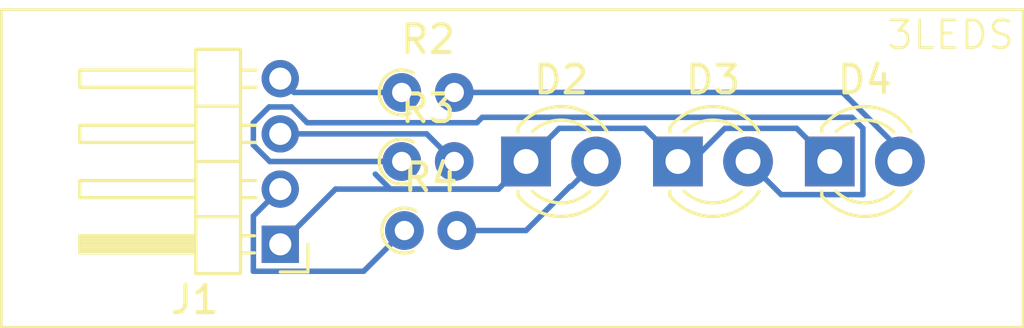
<source format=kicad_pcb>
(kicad_pcb (version 20240108) (generator "pcbnew") (generator_version "8.0")
  (layers (0 "F.Cu" signal) (31 "B.Cu" signal) (34 "B.Paste" user) (35 "F.Paste" user) (36 "B.SilkS" user "B.Silkscreen") (37 "F.SilkS" user "F.Silkscreen") (38 "B.Mask" user) (39 "F.Mask" user) (44 "Edge.Cuts" user))
  (net 0 "")
  (net 1 "Net-(D2-K)")
  (net 2 "Net-(D2-A)")
  (net 3 "Net-(D3-A)")
  (net 4 "Net-(D4-A)")
  (net 5 "Net-(J1-Pin_4)")
  (net 6 "Net-(J1-Pin_3)")
  (net 7 "Net-(J1-Pin_2)")
  (footprint "LED_THT:LED_D3.0mm" (layer "F.Cu") (at 148 93.5)
    (property "Reference" "D3" (at 1.27 -2.96 0) (layer "F.SilkS"))
    (property "Value" "LED")
    (fp_line (start -0.29 -1.236) (end -0.29 -1.08) (stroke (width 0.12)) (layer "F.SilkS"))
    (fp_line (start -0.29 1.08) (end -0.29 1.236) (stroke (width 0.12)) (layer "F.SilkS"))
    (fp_arc (start -0.29 -1.235516) (mid 1.365624 -1.987701) (end 2.941397 -1.080061) (stroke (width 0.12)) (layer "F.SilkS"))
    (fp_arc (start 0.229039 -1.08) (mid 1.269964 -1.5) (end 2.31091 -1.080049) (stroke (width 0.12)) (layer "F.SilkS"))
    (fp_arc (start 2.31091 1.080049) (mid 1.269964 1.5) (end 0.229039 1.08) (stroke (width 0.12)) (layer "F.SilkS"))
    (fp_arc (start 2.941397 1.080061) (mid 1.365624 1.987701) (end -0.29 1.235516) (stroke (width 0.12)) (layer "F.SilkS"))
    (pad "1" thru_hole rect (at 0 0) (size 1.8 1.8) (drill 0.9) (layers "*.Cu" "*.Mask" "In1.Cu" "In2.Cu" "In3.Cu" "In4.Cu" "In5.Cu" "In6.Cu" "In7.Cu" "In8.Cu" "In9.Cu" "In10.Cu" "In11.Cu" "In12.Cu" "In13.Cu" "In14.Cu" "In15.Cu" "In16.Cu" "In17.Cu" "In18.Cu" "In19.Cu" "In20.Cu" "In21.Cu" "In22.Cu" "In23.Cu" "In24.Cu" "In25.Cu" "In26.Cu" "In27.Cu" "In28.Cu" "In29.Cu" "In30.Cu") (net 1 "Net-(D2-K)"))
    (pad "2" thru_hole circle (at 2.54 0) (size 1.8 1.8) (drill 0.9) (layers "*.Cu" "*.Mask" "In1.Cu" "In2.Cu" "In3.Cu" "In4.Cu" "In5.Cu" "In6.Cu" "In7.Cu" "In8.Cu" "In9.Cu" "In10.Cu" "In11.Cu" "In12.Cu" "In13.Cu" "In14.Cu" "In15.Cu" "In16.Cu" "In17.Cu" "In18.Cu" "In19.Cu" "In20.Cu" "In21.Cu" "In22.Cu" "In23.Cu" "In24.Cu" "In25.Cu" "In26.Cu" "In27.Cu" "In28.Cu" "In29.Cu" "In30.Cu") (net 3 "Net-(D3-A)"))
  )
  (footprint "LED_THT:LED_D3.0mm" (layer "F.Cu") (at 142.5 93.5)
    (property "Reference" "D2" (at 1.27 -2.96 0) (layer "F.SilkS"))
    (property "Value" "LED")
    (fp_line (start -0.29 -1.236) (end -0.29 -1.08) (stroke (width 0.12)) (layer "F.SilkS"))
    (fp_line (start -0.29 1.08) (end -0.29 1.236) (stroke (width 0.12)) (layer "F.SilkS"))
    (fp_arc (start -0.29 -1.235516) (mid 1.365624 -1.987701) (end 2.941397 -1.080061) (stroke (width 0.12)) (layer "F.SilkS"))
    (fp_arc (start 0.229039 -1.08) (mid 1.269964 -1.5) (end 2.31091 -1.080049) (stroke (width 0.12)) (layer "F.SilkS"))
    (fp_arc (start 2.31091 1.080049) (mid 1.269964 1.5) (end 0.229039 1.08) (stroke (width 0.12)) (layer "F.SilkS"))
    (fp_arc (start 2.941397 1.080061) (mid 1.365624 1.987701) (end -0.29 1.235516) (stroke (width 0.12)) (layer "F.SilkS"))
    (pad "1" thru_hole rect (at 0 0) (size 1.8 1.8) (drill 0.9) (layers "*.Cu" "*.Mask" "In1.Cu" "In2.Cu" "In3.Cu" "In4.Cu" "In5.Cu" "In6.Cu" "In7.Cu" "In8.Cu" "In9.Cu" "In10.Cu" "In11.Cu" "In12.Cu" "In13.Cu" "In14.Cu" "In15.Cu" "In16.Cu" "In17.Cu" "In18.Cu" "In19.Cu" "In20.Cu" "In21.Cu" "In22.Cu" "In23.Cu" "In24.Cu" "In25.Cu" "In26.Cu" "In27.Cu" "In28.Cu" "In29.Cu" "In30.Cu") (net 1 "Net-(D2-K)"))
    (pad "2" thru_hole circle (at 2.54 0) (size 1.8 1.8) (drill 0.9) (layers "*.Cu" "*.Mask" "In1.Cu" "In2.Cu" "In3.Cu" "In4.Cu" "In5.Cu" "In6.Cu" "In7.Cu" "In8.Cu" "In9.Cu" "In10.Cu" "In11.Cu" "In12.Cu" "In13.Cu" "In14.Cu" "In15.Cu" "In16.Cu" "In17.Cu" "In18.Cu" "In19.Cu" "In20.Cu" "In21.Cu" "In22.Cu" "In23.Cu" "In24.Cu" "In25.Cu" "In26.Cu" "In27.Cu" "In28.Cu" "In29.Cu" "In30.Cu") (net 2 "Net-(D2-A)"))
  )
  (footprint "Resistor_THT:R_Axial_DIN0204_L3.6mm_D1.6mm_P1.90mm_Vertical" (layer "F.Cu") (at 138 93.5)
    (property "Reference" "R3" (at 0.95 -1.92 0) (layer "F.SilkS"))
    (property "Value" "220")
    (fp_arc (start 0.320095 0.749359) (mid -0.813042 -0.054435) (end 0.417133 -0.7) (stroke (width 0.12)) (layer "F.SilkS"))
    (pad "1" thru_hole circle (at 0 0) (size 1.4 1.4) (drill 0.7) (layers "*.Cu" "*.Mask" "In1.Cu" "In2.Cu" "In3.Cu" "In4.Cu" "In5.Cu" "In6.Cu" "In7.Cu" "In8.Cu" "In9.Cu" "In10.Cu" "In11.Cu" "In12.Cu" "In13.Cu" "In14.Cu" "In15.Cu" "In16.Cu" "In17.Cu" "In18.Cu" "In19.Cu" "In20.Cu" "In21.Cu" "In22.Cu" "In23.Cu" "In24.Cu" "In25.Cu" "In26.Cu" "In27.Cu" "In28.Cu" "In29.Cu" "In30.Cu") (net 3 "Net-(D3-A)"))
    (pad "2" thru_hole oval (at 1.9 0) (size 1.4 1.4) (drill 0.7) (layers "*.Cu" "*.Mask" "In1.Cu" "In2.Cu" "In3.Cu" "In4.Cu" "In5.Cu" "In6.Cu" "In7.Cu" "In8.Cu" "In9.Cu" "In10.Cu" "In11.Cu" "In12.Cu" "In13.Cu" "In14.Cu" "In15.Cu" "In16.Cu" "In17.Cu" "In18.Cu" "In19.Cu" "In20.Cu" "In21.Cu" "In22.Cu" "In23.Cu" "In24.Cu" "In25.Cu" "In26.Cu" "In27.Cu" "In28.Cu" "In29.Cu" "In30.Cu") (net 6 "Net-(J1-Pin_3)"))
  )
  (footprint "Resistor_THT:R_Axial_DIN0204_L3.6mm_D1.6mm_P1.90mm_Vertical" (layer "F.Cu") (at 138.095 96)
    (property "Reference" "R4" (at 0.95 -1.92 0) (layer "F.SilkS"))
    (property "Value" "220")
    (fp_arc (start 0.320095 0.749359) (mid -0.813042 -0.054435) (end 0.417133 -0.7) (stroke (width 0.12)) (layer "F.SilkS"))
    (pad "1" thru_hole circle (at 0 0) (size 1.4 1.4) (drill 0.7) (layers "*.Cu" "*.Mask" "In1.Cu" "In2.Cu" "In3.Cu" "In4.Cu" "In5.Cu" "In6.Cu" "In7.Cu" "In8.Cu" "In9.Cu" "In10.Cu" "In11.Cu" "In12.Cu" "In13.Cu" "In14.Cu" "In15.Cu" "In16.Cu" "In17.Cu" "In18.Cu" "In19.Cu" "In20.Cu" "In21.Cu" "In22.Cu" "In23.Cu" "In24.Cu" "In25.Cu" "In26.Cu" "In27.Cu" "In28.Cu" "In29.Cu" "In30.Cu") (net 7 "Net-(J1-Pin_2)"))
    (pad "2" thru_hole oval (at 1.9 0) (size 1.4 1.4) (drill 0.7) (layers "*.Cu" "*.Mask" "In1.Cu" "In2.Cu" "In3.Cu" "In4.Cu" "In5.Cu" "In6.Cu" "In7.Cu" "In8.Cu" "In9.Cu" "In10.Cu" "In11.Cu" "In12.Cu" "In13.Cu" "In14.Cu" "In15.Cu" "In16.Cu" "In17.Cu" "In18.Cu" "In19.Cu" "In20.Cu" "In21.Cu" "In22.Cu" "In23.Cu" "In24.Cu" "In25.Cu" "In26.Cu" "In27.Cu" "In28.Cu" "In29.Cu" "In30.Cu") (net 2 "Net-(D2-A)"))
  )
  (footprint "Resistor_THT:R_Axial_DIN0204_L3.6mm_D1.6mm_P1.90mm_Vertical" (layer "F.Cu") (at 138 91)
    (property "Reference" "R2" (at 0.95 -1.92 0) (layer "F.SilkS"))
    (property "Value" "220")
    (fp_arc (start 0.320095 0.749359) (mid -0.813042 -0.054435) (end 0.417133 -0.7) (stroke (width 0.12)) (layer "F.SilkS"))
    (pad "1" thru_hole circle (at 0 0) (size 1.4 1.4) (drill 0.7) (layers "*.Cu" "*.Mask" "In1.Cu" "In2.Cu" "In3.Cu" "In4.Cu" "In5.Cu" "In6.Cu" "In7.Cu" "In8.Cu" "In9.Cu" "In10.Cu" "In11.Cu" "In12.Cu" "In13.Cu" "In14.Cu" "In15.Cu" "In16.Cu" "In17.Cu" "In18.Cu" "In19.Cu" "In20.Cu" "In21.Cu" "In22.Cu" "In23.Cu" "In24.Cu" "In25.Cu" "In26.Cu" "In27.Cu" "In28.Cu" "In29.Cu" "In30.Cu") (net 5 "Net-(J1-Pin_4)"))
    (pad "2" thru_hole oval (at 1.9 0) (size 1.4 1.4) (drill 0.7) (layers "*.Cu" "*.Mask" "In1.Cu" "In2.Cu" "In3.Cu" "In4.Cu" "In5.Cu" "In6.Cu" "In7.Cu" "In8.Cu" "In9.Cu" "In10.Cu" "In11.Cu" "In12.Cu" "In13.Cu" "In14.Cu" "In15.Cu" "In16.Cu" "In17.Cu" "In18.Cu" "In19.Cu" "In20.Cu" "In21.Cu" "In22.Cu" "In23.Cu" "In24.Cu" "In25.Cu" "In26.Cu" "In27.Cu" "In28.Cu" "In29.Cu" "In30.Cu") (net 4 "Net-(D4-A)"))
  )
  (footprint "LED_THT:LED_D3.0mm" (layer "F.Cu") (at 153.5 93.5)
    (property "Reference" "D4" (at 1.27 -2.96 0) (layer "F.SilkS"))
    (property "Value" "LED")
    (fp_line (start -0.29 -1.236) (end -0.29 -1.08) (stroke (width 0.12)) (layer "F.SilkS"))
    (fp_line (start -0.29 1.08) (end -0.29 1.236) (stroke (width 0.12)) (layer "F.SilkS"))
    (fp_arc (start -0.29 -1.235516) (mid 1.365624 -1.987701) (end 2.941397 -1.080061) (stroke (width 0.12)) (layer "F.SilkS"))
    (fp_arc (start 0.229039 -1.08) (mid 1.269964 -1.5) (end 2.31091 -1.080049) (stroke (width 0.12)) (layer "F.SilkS"))
    (fp_arc (start 2.31091 1.080049) (mid 1.269964 1.5) (end 0.229039 1.08) (stroke (width 0.12)) (layer "F.SilkS"))
    (fp_arc (start 2.941397 1.080061) (mid 1.365624 1.987701) (end -0.29 1.235516) (stroke (width 0.12)) (layer "F.SilkS"))
    (pad "1" thru_hole rect (at 0 0) (size 1.8 1.8) (drill 0.9) (layers "*.Cu" "*.Mask" "In1.Cu" "In2.Cu" "In3.Cu" "In4.Cu" "In5.Cu" "In6.Cu" "In7.Cu" "In8.Cu" "In9.Cu" "In10.Cu" "In11.Cu" "In12.Cu" "In13.Cu" "In14.Cu" "In15.Cu" "In16.Cu" "In17.Cu" "In18.Cu" "In19.Cu" "In20.Cu" "In21.Cu" "In22.Cu" "In23.Cu" "In24.Cu" "In25.Cu" "In26.Cu" "In27.Cu" "In28.Cu" "In29.Cu" "In30.Cu") (net 1 "Net-(D2-K)"))
    (pad "2" thru_hole circle (at 2.54 0) (size 1.8 1.8) (drill 0.9) (layers "*.Cu" "*.Mask" "In1.Cu" "In2.Cu" "In3.Cu" "In4.Cu" "In5.Cu" "In6.Cu" "In7.Cu" "In8.Cu" "In9.Cu" "In10.Cu" "In11.Cu" "In12.Cu" "In13.Cu" "In14.Cu" "In15.Cu" "In16.Cu" "In17.Cu" "In18.Cu" "In19.Cu" "In20.Cu" "In21.Cu" "In22.Cu" "In23.Cu" "In24.Cu" "In25.Cu" "In26.Cu" "In27.Cu" "In28.Cu" "In29.Cu" "In30.Cu") (net 4 "Net-(D4-A)"))
  )
  (footprint "Connector_PinHeader_2.00mm:PinHeader_1x04_P2.00mm_Horizontal" (layer "F.Cu") (at 133.6 96.5 180)
    (property "Reference" "J1" (at 3.1 -2 360) (layer "F.SilkS"))
    (property "Value" "Conn_01x04_Pin")
    (fp_line (start 7.26 6.31) (end 3.06 6.31) (stroke (width 0.12)) (layer "F.SilkS"))
    (fp_line (start 7.26 5.69) (end 7.26 6.31) (stroke (width 0.12)) (layer "F.SilkS"))
    (fp_line (start 7.26 4.31) (end 3.06 4.31) (stroke (width 0.12)) (layer "F.SilkS"))
    (fp_line (start 7.26 3.69) (end 7.26 4.31) (stroke (width 0.12)) (layer "F.SilkS"))
    (fp_line (start 7.26 2.31) (end 3.06 2.31) (stroke (width 0.12)) (layer "F.SilkS"))
    (fp_line (start 7.26 1.69) (end 7.26 2.31) (stroke (width 0.12)) (layer "F.SilkS"))
    (fp_line (start 7.26 0.31) (end 3.06 0.31) (stroke (width 0.12)) (layer "F.SilkS"))
    (fp_line (start 7.26 -0.31) (end 7.26 0.31) (stroke (width 0.12)) (layer "F.SilkS"))
    (fp_line (start 3.06 7.06) (end 3.06 -1.06) (stroke (width 0.12)) (layer "F.SilkS"))
    (fp_line (start 3.06 5.69) (end 7.26 5.69) (stroke (width 0.12)) (layer "F.SilkS"))
    (fp_line (start 3.06 3.69) (end 7.26 3.69) (stroke (width 0.12)) (layer "F.SilkS"))
    (fp_line (start 3.06 1.69) (end 7.26 1.69) (stroke (width 0.12)) (layer "F.SilkS"))
    (fp_line (start 3.06 0.23) (end 7.26 0.23) (stroke (width 0.12)) (layer "F.SilkS"))
    (fp_line (start 3.06 0.11) (end 7.26 0.11) (stroke (width 0.12)) (layer "F.SilkS"))
    (fp_line (start 3.06 -0.01) (end 7.26 -0.01) (stroke (width 0.12)) (layer "F.SilkS"))
    (fp_line (start 3.06 -0.13) (end 7.26 -0.13) (stroke (width 0.12)) (layer "F.SilkS"))
    (fp_line (start 3.06 -0.25) (end 7.26 -0.25) (stroke (width 0.12)) (layer "F.SilkS"))
    (fp_line (start 3.06 -0.31) (end 7.26 -0.31) (stroke (width 0.12)) (layer "F.SilkS"))
    (fp_line (start 3.06 -1.06) (end 1.44 -1.06) (stroke (width 0.12)) (layer "F.SilkS"))
    (fp_line (start 1.44 7.06) (end 3.06 7.06) (stroke (width 0.12)) (layer "F.SilkS"))
    (fp_line (start 1.44 5) (end 3.06 5) (stroke (width 0.12)) (layer "F.SilkS"))
    (fp_line (start 1.44 3) (end 3.06 3) (stroke (width 0.12)) (layer "F.SilkS"))
    (fp_line (start 1.44 1) (end 3.06 1) (stroke (width 0.12)) (layer "F.SilkS"))
    (fp_line (start 1.44 -1.06) (end 1.44 7.06) (stroke (width 0.12)) (layer "F.SilkS"))
    (fp_line (start 0.935 0.31) (end 1.44 0.31) (stroke (width 0.12)) (layer "F.SilkS"))
    (fp_line (start 0.935 -0.31) (end 1.44 -0.31) (stroke (width 0.12)) (layer "F.SilkS"))
    (fp_line (start 0.882114 6.31) (end 1.44 6.31) (stroke (width 0.12)) (layer "F.SilkS"))
    (fp_line (start 0.882114 5.69) (end 1.44 5.69) (stroke (width 0.12)) (layer "F.SilkS"))
    (fp_line (start 0.882114 4.31) (end 1.44 4.31) (stroke (width 0.12)) (layer "F.SilkS"))
    (fp_line (start 0.882114 3.69) (end 1.44 3.69) (stroke (width 0.12)) (layer "F.SilkS"))
    (fp_line (start 0.882114 2.31) (end 1.44 2.31) (stroke (width 0.12)) (layer "F.SilkS"))
    (fp_line (start 0.882114 1.69) (end 1.44 1.69) (stroke (width 0.12)) (layer "F.SilkS"))
    (fp_line (start -1 0) (end -1 -1) (stroke (width 0.12)) (layer "F.SilkS"))
    (fp_line (start -1 -1) (end 0 -1) (stroke (width 0.12)) (layer "F.SilkS"))
    (pad "1" thru_hole rect (at 0 0 180) (size 1.35 1.35) (drill 0.8) (layers "*.Cu" "*.Mask" "In1.Cu" "In2.Cu" "In3.Cu" "In4.Cu" "In5.Cu" "In6.Cu" "In7.Cu" "In8.Cu" "In9.Cu" "In10.Cu" "In11.Cu" "In12.Cu" "In13.Cu" "In14.Cu" "In15.Cu" "In16.Cu" "In17.Cu" "In18.Cu" "In19.Cu" "In20.Cu" "In21.Cu" "In22.Cu" "In23.Cu" "In24.Cu" "In25.Cu" "In26.Cu" "In27.Cu" "In28.Cu" "In29.Cu" "In30.Cu") (net 1 "Net-(D2-K)"))
    (pad "2" thru_hole oval (at 0 2 180) (size 1.35 1.35) (drill 0.8) (layers "*.Cu" "*.Mask" "In1.Cu" "In2.Cu" "In3.Cu" "In4.Cu" "In5.Cu" "In6.Cu" "In7.Cu" "In8.Cu" "In9.Cu" "In10.Cu" "In11.Cu" "In12.Cu" "In13.Cu" "In14.Cu" "In15.Cu" "In16.Cu" "In17.Cu" "In18.Cu" "In19.Cu" "In20.Cu" "In21.Cu" "In22.Cu" "In23.Cu" "In24.Cu" "In25.Cu" "In26.Cu" "In27.Cu" "In28.Cu" "In29.Cu" "In30.Cu") (net 7 "Net-(J1-Pin_2)"))
    (pad "3" thru_hole oval (at 0 4 180) (size 1.35 1.35) (drill 0.8) (layers "*.Cu" "*.Mask" "In1.Cu" "In2.Cu" "In3.Cu" "In4.Cu" "In5.Cu" "In6.Cu" "In7.Cu" "In8.Cu" "In9.Cu" "In10.Cu" "In11.Cu" "In12.Cu" "In13.Cu" "In14.Cu" "In15.Cu" "In16.Cu" "In17.Cu" "In18.Cu" "In19.Cu" "In20.Cu" "In21.Cu" "In22.Cu" "In23.Cu" "In24.Cu" "In25.Cu" "In26.Cu" "In27.Cu" "In28.Cu" "In29.Cu" "In30.Cu") (net 6 "Net-(J1-Pin_3)"))
    (pad "4" thru_hole oval (at 0 6 180) (size 1.35 1.35) (drill 0.8) (layers "*.Cu" "*.Mask" "In1.Cu" "In2.Cu" "In3.Cu" "In4.Cu" "In5.Cu" "In6.Cu" "In7.Cu" "In8.Cu" "In9.Cu" "In10.Cu" "In11.Cu" "In12.Cu" "In13.Cu" "In14.Cu" "In15.Cu" "In16.Cu" "In17.Cu" "In18.Cu" "In19.Cu" "In20.Cu" "In21.Cu" "In22.Cu" "In23.Cu" "In24.Cu" "In25.Cu" "In26.Cu" "In27.Cu" "In28.Cu" "In29.Cu" "In30.Cu") (net 5 "Net-(J1-Pin_4)"))
  )
  (gr_rect (start 123.5 88) (end 160.5 99.5) (stroke (width 0.1)) (fill none) (layer "F.SilkS"))
  (gr_text "3LEDS" (at 155.5 89.5 0) (layer "F.SilkS") (effects (font (size 1 1) (thickness 0.1)) (justify left bottom)))
  (segment (start 148 93.5) (end 148.5 93.5) (width 0.2) (layer "B.Cu") (net 1))
  (segment (start 142.5 93.5) (end 143.7 92.3) (width 0.2) (layer "B.Cu") (net 1))
  (segment (start 148.5 93.5) (end 149.7 92.3) (width 0.2) (layer "B.Cu") (net 1))
  (segment (start 137.585786 94.5) (end 137.042893 93.957107) (width 0.2) (layer "B.Cu") (net 1))
  (segment (start 141.5 94.5) (end 137.585786 94.5) (width 0.2) (layer "B.Cu") (net 1))
  (segment (start 146.8 92.3) (end 148 93.5) (width 0.2) (layer "B.Cu") (net 1))
  (segment (start 141.5 94.5) (end 142.5 93.5) (width 0.2) (layer "B.Cu") (net 1))
  (segment (start 149.7 92.3) (end 152.3 92.3) (width 0.2) (layer "B.Cu") (net 1))
  (segment (start 135.6 94.5) (end 141.5 94.5) (width 0.2) (layer "B.Cu") (net 1))
  (segment (start 143.7 92.3) (end 146.8 92.3) (width 0.2) (layer "B.Cu") (net 1))
  (segment (start 152.3 92.3) (end 153.5 93.5) (width 0.2) (layer "B.Cu") (net 1))
  (segment (start 133.6 96.5) (end 135.6 94.5) (width 0.2) (layer "B.Cu") (net 1))
  (segment (start 142.5 96) (end 139.995 96) (width 0.2) (layer "B.Cu") (net 2))
  (segment (start 145.04 93.5) (end 144.14 94.4) (width 0.2) (layer "B.Cu") (net 2))
  (segment (start 144.1 94.4) (end 142.5 96) (width 0.2) (layer "B.Cu") (net 2))
  (segment (start 144.14 94.4) (end 144.1 94.4) (width 0.2) (layer "B.Cu") (net 2))
  (segment (start 154.7 94.7) (end 151.74 94.7) (width 0.2) (layer "B.Cu") (net 3))
  (segment (start 134.575 92.096141) (end 140.718073 92.096141) (width 0.2) (layer "B.Cu") (net 3))
  (segment (start 132.625 92.096141) (end 133.196141 91.525) (width 0.2) (layer "B.Cu") (net 3))
  (segment (start 134.003859 91.525) (end 134.575 92.096141) (width 0.2) (layer "B.Cu") (net 3))
  (segment (start 132.625 92.903859) (end 132.625 92.096141) (width 0.2) (layer "B.Cu") (net 3))
  (segment (start 154.7 92.3) (end 154.7 94.7) (width 0.2) (layer "B.Cu") (net 3))
  (segment (start 140.914214 91.9) (end 154.3 91.9) (width 0.2) (layer "B.Cu") (net 3))
  (segment (start 151.74 94.7) (end 150.54 93.5) (width 0.2) (layer "B.Cu") (net 3))
  (segment (start 154.3 91.9) (end 154.7 92.3) (width 0.2) (layer "B.Cu") (net 3))
  (segment (start 133.196141 91.525) (end 134.003859 91.525) (width 0.2) (layer "B.Cu") (net 3))
  (segment (start 138 93.5) (end 133.221141 93.5) (width 0.2) (layer "B.Cu") (net 3))
  (segment (start 133.221141 93.5) (end 132.625 92.903859) (width 0.2) (layer "B.Cu") (net 3))
  (segment (start 140.718073 92.096141) (end 140.914214 91.9) (width 0.2) (layer "B.Cu") (net 3))
  (segment (start 156.04 93.074314) (end 156.04 93.5) (width 0.2) (layer "B.Cu") (net 4))
  (segment (start 139.9 91) (end 153.965686 91) (width 0.2) (layer "B.Cu") (net 4))
  (segment (start 153.965686 91) (end 156.04 93.074314) (width 0.2) (layer "B.Cu") (net 4))
  (segment (start 134.1 91) (end 133.6 90.5) (width 0.2) (layer "B.Cu") (net 5))
  (segment (start 138 91) (end 134.1 91) (width 0.2) (layer "B.Cu") (net 5))
  (segment (start 133.6 92.5) (end 138.9 92.5) (width 0.2) (layer "B.Cu") (net 6))
  (segment (start 138.9 92.5) (end 139.9 93.5) (width 0.2) (layer "B.Cu") (net 6))
  (segment (start 132.625 97.475) (end 136.62 97.475) (width 0.2) (layer "B.Cu") (net 7))
  (segment (start 132.625 95.475) (end 132.625 97.475) (width 0.2) (layer "B.Cu") (net 7))
  (segment (start 136.62 97.475) (end 138.095 96) (width 0.2) (layer "B.Cu") (net 7))
  (segment (start 133.6 94.5) (end 132.625 95.475) (width 0.2) (layer "B.Cu") (net 7))
)
</source>
